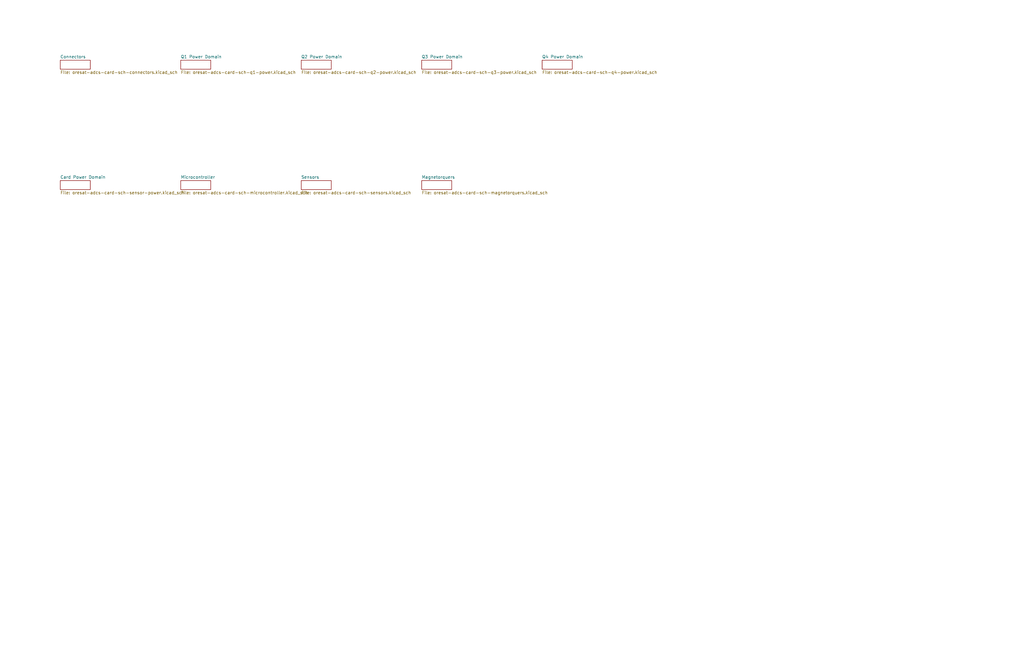
<source format=kicad_sch>
(kicad_sch (version 20230121) (generator eeschema)
  (paper "B")
  (lib_symbols)
  (sheet (at 25.4 76.2) (size 12.7 3.81)
    (property "Sheetname" "Card Power Domain" (at 25.4 75.4884 0) (effects (justify left bottom)))
    (property "Sheetfile" "oresat-adcs-card-sch-sensor-power.kicad_sch" (at 25.4 80.5946 0) (effects (justify left top)))
  )
  (sheet (at 25.4 25.4) (size 12.7 3.81)
    (property "Sheetname" "Connectors" (at 25.4 24.6884 0) (effects (justify left bottom)))
    (property "Sheetfile" "oresat-adcs-card-sch-connectors.kicad_sch" (at 25.4 29.7946 0) (effects (justify left top)))
  )
  (sheet (at 228.6 25.4) (size 12.7 3.81)
    (property "Sheetname" "Q4 Power Domain" (at 228.6 24.6884 0) (effects (justify left bottom)))
    (property "Sheetfile" "oresat-adcs-card-sch-q4-power.kicad_sch" (at 228.6 29.7946 0) (effects (justify left top)))
  )
  (sheet (at 127 76.2) (size 12.7 3.81)
    (property "Sheetname" "Sensors" (at 127 75.4884 0) (effects (justify left bottom)))
    (property "Sheetfile" "oresat-adcs-card-sch-sensors.kicad_sch" (at 127 80.5946 0) (effects (justify left top)))
  )
  (sheet (at 177.8 25.4) (size 12.7 3.81)
    (property "Sheetname" "Q3 Power Domain" (at 177.8 24.6884 0) (effects (justify left bottom)))
    (property "Sheetfile" "oresat-adcs-card-sch-q3-power.kicad_sch" (at 177.8 29.7946 0) (effects (justify left top)))
  )
  (sheet (at 76.2 76.2) (size 12.7 3.81)
    (property "Sheetname" "Microcontroller" (at 76.2 75.4884 0) (effects (justify left bottom)))
    (property "Sheetfile" "oresat-adcs-card-sch-microcontroller.kicad_sch" (at 76.2 80.5946 0) (effects (justify left top)))
  )
  (sheet (at 177.8 76.2) (size 12.7 3.81) (stroke (width 0.1524))
    (property "Sheetname" "Magnetorquers" (at 177.8 75.4884 0) (effects (justify left bottom)))
    (property "Sheetfile" "oresat-adcs-card-sch-magnetorquers.kicad_sch" (at 177.8 80.5946 0) (effects (justify left top)))
  )
  (sheet (at 76.2 25.4) (size 12.7 3.81)
    (property "Sheetname" "Q1 Power Domain" (at 76.2 24.6884 0) (effects (justify left bottom)))
    (property "Sheetfile" "oresat-adcs-card-sch-q1-power.kicad_sch" (at 76.2 29.7946 0) (effects (justify left top)))
  )
  (sheet (at 127 25.4) (size 12.7 3.81)
    (property "Sheetname" "Q2 Power Domain" (at 127 24.6884 0) (effects (justify left bottom)))
    (property "Sheetfile" "oresat-adcs-card-sch-q2-power.kicad_sch" (at 127 29.7946 0) (effects (justify left top)))
  )
)
</source>
